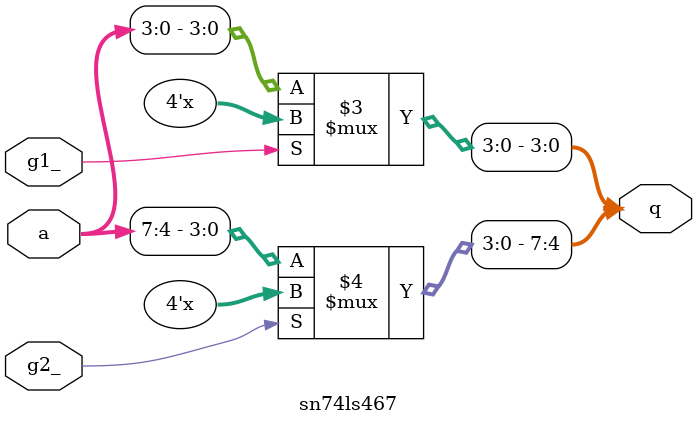
<source format=v>
module sn74ls467(q, a, g1_, g2_);
input [7:0] a;
input g1_, g2_;
output [7:0] q;
wire gint;

parameter
	// TI TTL data book Vol 1, 1985
	tPLH_min=0, tPLH_typ=9,          tPLH_max=15,
	tPHL_min=0, tPHL_typ=12,         tPHL_max=18,
	tPZH_min=0, tPZH_typ=25-tPLH_typ, tPZH_max=40-tPLH_max,
	tPZL_min=0, tPZL_typ=29-tPHL_typ, tPZL_max=45-tPHL_max;
// does not respect tPHZ, tPLZ !

assign #(tPZH_min : tPZH_typ : tPZH_max,
	   tPZL_min : tPZL_typ : tPZL_max)
	gint1 = g1_==0;
assign #(tPZH_min : tPZH_typ : tPZH_max,
	   tPZL_min : tPZL_typ : tPZL_max)
	gint2 = g2_==0;

assign #(tPLH_min : tPLH_typ : tPLH_max,
	     tPHL_min : tPHL_typ : tPHL_max)
	q[3:0] = gint1 ? a[3:0] : 4'bzzzz;
assign #(tPLH_min : tPLH_typ : tPLH_max,
	     tPHL_min : tPHL_typ : tPHL_max)
	q[7:4] = gint2 ? a[7:4] : 4'bzzzz;

endmodule

</source>
